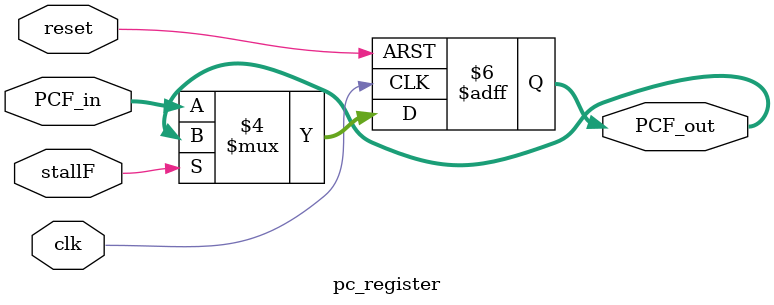
<source format=v>
`default_nettype none
module pc_register (
    input wire clk,              // Clock signal
    input wire reset,           // Asynchronous active-high reset
    input wire [31:0] PCF_in,   // Next program counter value
    input wire stallF,          // Stall signal for fetch stage
    output reg [31:0] PCF_out   // Current program counter value
);
    always @(posedge clk or posedge reset) begin
        if (reset) begin
            PCF_out <= 32'b0;   // Reset PC to 0
        end
        else if (!stallF) begin
            PCF_out <= PCF_in;  // Update PC when not stalled
        end
        else begin
            PCF_out <= PCF_out; // Explicitly retain PC during stall
        end
    end
endmodule
</source>
